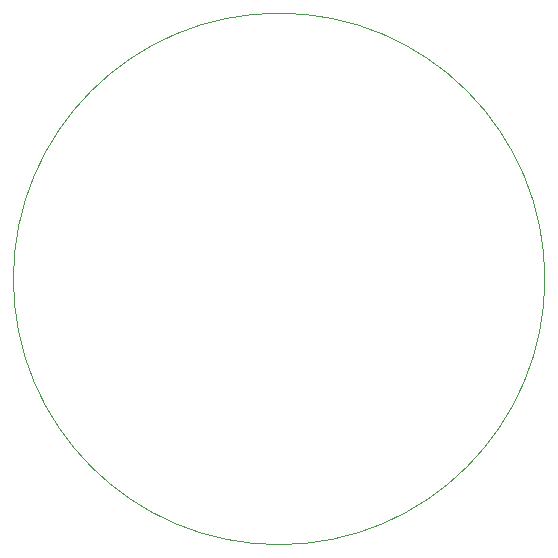
<source format=gm1>
%TF.GenerationSoftware,KiCad,Pcbnew,(6.0.9)*%
%TF.CreationDate,2023-02-03T11:06:12+01:00*%
%TF.ProjectId,Powerboard,506f7765-7262-46f6-9172-642e6b696361,rev?*%
%TF.SameCoordinates,Original*%
%TF.FileFunction,Profile,NP*%
%FSLAX46Y46*%
G04 Gerber Fmt 4.6, Leading zero omitted, Abs format (unit mm)*
G04 Created by KiCad (PCBNEW (6.0.9)) date 2023-02-03 11:06:12*
%MOMM*%
%LPD*%
G01*
G04 APERTURE LIST*
%TA.AperFunction,Profile*%
%ADD10C,0.010000*%
%TD*%
G04 APERTURE END LIST*
D10*
X172500000Y-100000000D02*
G75*
G03*
X172500000Y-100000000I-22500000J0D01*
G01*
M02*

</source>
